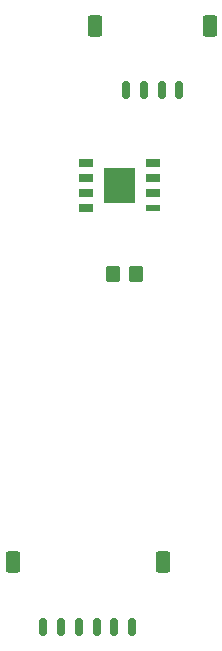
<source format=gbp>
G04 #@! TF.GenerationSoftware,KiCad,Pcbnew,9.0.0*
G04 #@! TF.CreationDate,2025-06-18T16:48:56-04:00*
G04 #@! TF.ProjectId,top_board,746f705f-626f-4617-9264-2e6b69636164,rev?*
G04 #@! TF.SameCoordinates,Original*
G04 #@! TF.FileFunction,Paste,Bot*
G04 #@! TF.FilePolarity,Positive*
%FSLAX46Y46*%
G04 Gerber Fmt 4.6, Leading zero omitted, Abs format (unit mm)*
G04 Created by KiCad (PCBNEW 9.0.0) date 2025-06-18 16:48:56*
%MOMM*%
%LPD*%
G01*
G04 APERTURE LIST*
G04 Aperture macros list*
%AMRoundRect*
0 Rectangle with rounded corners*
0 $1 Rounding radius*
0 $2 $3 $4 $5 $6 $7 $8 $9 X,Y pos of 4 corners*
0 Add a 4 corners polygon primitive as box body*
4,1,4,$2,$3,$4,$5,$6,$7,$8,$9,$2,$3,0*
0 Add four circle primitives for the rounded corners*
1,1,$1+$1,$2,$3*
1,1,$1+$1,$4,$5*
1,1,$1+$1,$6,$7*
1,1,$1+$1,$8,$9*
0 Add four rect primitives between the rounded corners*
20,1,$1+$1,$2,$3,$4,$5,0*
20,1,$1+$1,$4,$5,$6,$7,0*
20,1,$1+$1,$6,$7,$8,$9,0*
20,1,$1+$1,$8,$9,$2,$3,0*%
G04 Aperture macros list end*
%ADD10RoundRect,0.150000X-0.150000X-0.600000X0.150000X-0.600000X0.150000X0.600000X-0.150000X0.600000X0*%
%ADD11RoundRect,0.250000X-0.375000X-0.650000X0.375000X-0.650000X0.375000X0.650000X-0.375000X0.650000X0*%
%ADD12R,1.310000X0.650000*%
%ADD13R,1.310000X0.600000*%
%ADD14R,1.325000X1.500000*%
%ADD15RoundRect,0.250000X0.350000X0.450000X-0.350000X0.450000X-0.350000X-0.450000X0.350000X-0.450000X0*%
G04 APERTURE END LIST*
D10*
X195240000Y-107850000D03*
X196740000Y-107850000D03*
X198240000Y-107850000D03*
X199740000Y-107850000D03*
X201240000Y-107850000D03*
X202740000Y-107850000D03*
D11*
X192635000Y-102410000D03*
X205345000Y-102410000D03*
D12*
X204530000Y-68595000D03*
X204530000Y-69865000D03*
X204530000Y-71135000D03*
D13*
X204530000Y-72405000D03*
D12*
X198840000Y-72405000D03*
X198840000Y-71135000D03*
X198840000Y-69865000D03*
X198840000Y-68595000D03*
D14*
X202347500Y-71250000D03*
X202347500Y-69750000D03*
X201022500Y-71250000D03*
X201022500Y-69750000D03*
D10*
X202235000Y-62440000D03*
X203735000Y-62440000D03*
X205235000Y-62440000D03*
X206735000Y-62440000D03*
D11*
X199630000Y-57000000D03*
X209340000Y-57000000D03*
D15*
X203090000Y-78000000D03*
X201090000Y-78000000D03*
M02*

</source>
